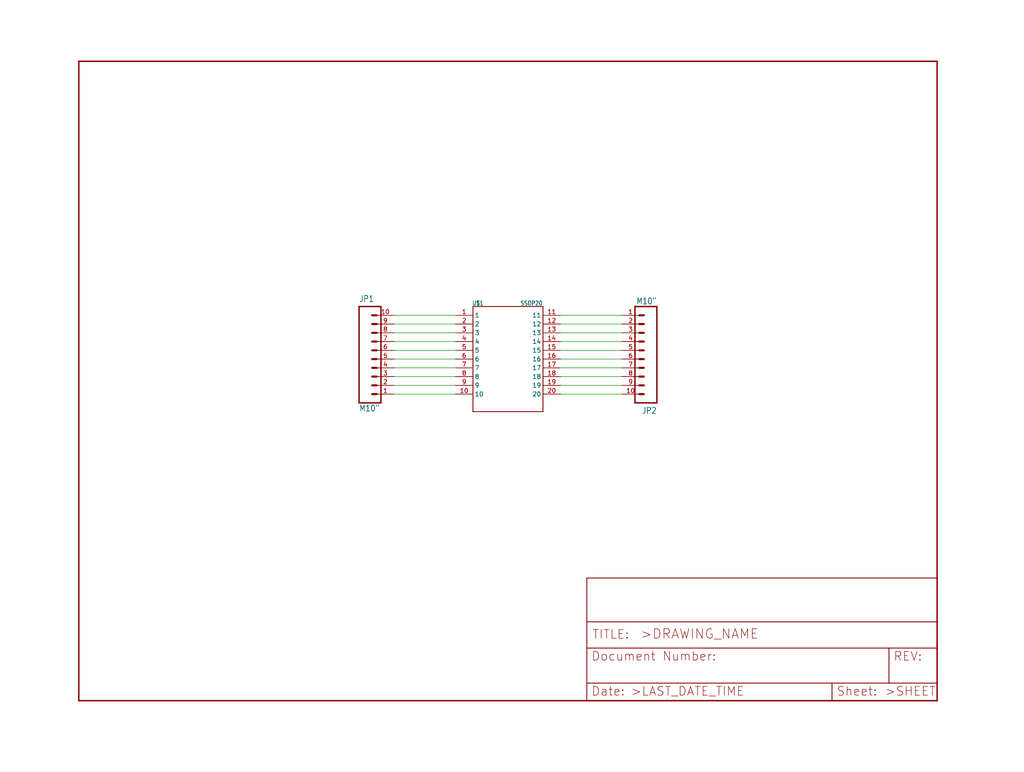
<source format=kicad_sch>
(kicad_sch (version 20211123) (generator eeschema)
  (paper "User" 297.002 223.926)
  (lib_symbols
    (symbol "eagleSchem-eagle-import:FRAME-LETTER"
      (symbol "FRAME-LETTER_1_0"
        (polyline (pts (xy 0 0) (xy 248.92 0)) (stroke (width 0.4064)))
        (polyline (pts (xy 0 185.42) (xy 0 0)) (stroke (width 0.4064)))
        (polyline (pts (xy 0 185.42) (xy 248.92 185.42)) (stroke (width 0.4064)))
        (polyline (pts (xy 248.92 185.42) (xy 248.92 0)) (stroke (width 0.4064)))
      )
      (symbol "FRAME-LETTER_2_0"
        (polyline (pts (xy 0 0) (xy 0 5.08)) (stroke (width 0.254)))
        (polyline (pts (xy 0 0) (xy 71.12 0)) (stroke (width 0.254)))
        (polyline (pts (xy 0 5.08) (xy 0 15.24)) (stroke (width 0.254)))
        (polyline (pts (xy 0 5.08) (xy 71.12 5.08)) (stroke (width 0.254)))
        (polyline (pts (xy 0 15.24) (xy 0 22.86)) (stroke (width 0.254)))
        (polyline (pts (xy 0 22.86) (xy 0 35.56)) (stroke (width 0.254)))
        (polyline (pts (xy 0 22.86) (xy 101.6 22.86)) (stroke (width 0.254)))
        (polyline (pts (xy 71.12 0) (xy 101.6 0)) (stroke (width 0.254)))
        (polyline (pts (xy 71.12 5.08) (xy 71.12 0)) (stroke (width 0.254)))
        (polyline (pts (xy 71.12 5.08) (xy 87.63 5.08)) (stroke (width 0.254)))
        (polyline (pts (xy 87.63 5.08) (xy 101.6 5.08)) (stroke (width 0.254)))
        (polyline (pts (xy 87.63 15.24) (xy 0 15.24)) (stroke (width 0.254)))
        (polyline (pts (xy 87.63 15.24) (xy 87.63 5.08)) (stroke (width 0.254)))
        (polyline (pts (xy 101.6 5.08) (xy 101.6 0)) (stroke (width 0.254)))
        (polyline (pts (xy 101.6 15.24) (xy 87.63 15.24)) (stroke (width 0.254)))
        (polyline (pts (xy 101.6 15.24) (xy 101.6 5.08)) (stroke (width 0.254)))
        (polyline (pts (xy 101.6 22.86) (xy 101.6 15.24)) (stroke (width 0.254)))
        (polyline (pts (xy 101.6 35.56) (xy 0 35.56)) (stroke (width 0.254)))
        (polyline (pts (xy 101.6 35.56) (xy 101.6 22.86)) (stroke (width 0.254)))
        (text ">DRAWING_NAME" (at 15.494 17.78 0) (effects (font (size 2.7432 2.7432)) (justify left bottom)))
        (text ">LAST_DATE_TIME" (at 12.7 1.27 0) (effects (font (size 2.54 2.54)) (justify left bottom)))
        (text ">SHEET" (at 86.36 1.27 0) (effects (font (size 2.54 2.54)) (justify left bottom)))
        (text "Date:" (at 1.27 1.27 0) (effects (font (size 2.54 2.54)) (justify left bottom)))
        (text "Document Number:" (at 1.27 11.43 0) (effects (font (size 2.54 2.54)) (justify left bottom)))
        (text "REV:" (at 88.9 11.43 0) (effects (font (size 2.54 2.54)) (justify left bottom)))
        (text "Sheet:" (at 72.39 1.27 0) (effects (font (size 2.54 2.54)) (justify left bottom)))
        (text "TITLE:" (at 1.524 17.78 0) (effects (font (size 2.54 2.54)) (justify left bottom)))
      )
    )
    (symbol "eagleSchem-eagle-import:M10{dblquote}"
      (property "Reference" "JP" (at 0 8.89 0))
      (property "Value" "M10{dblquote}" (at 0 -22.86 0))
      (symbol "M10{dblquote}_1_0"
        (polyline (pts (xy 0 7.62) (xy 0 -20.32)) (stroke (width 0.4064)))
        (polyline (pts (xy 0 7.62) (xy 6.35 7.62)) (stroke (width 0.4064)))
        (polyline (pts (xy 3.81 -17.78) (xy 5.08 -17.78)) (stroke (width 0.6096)))
        (polyline (pts (xy 3.81 -15.24) (xy 5.08 -15.24)) (stroke (width 0.6096)))
        (polyline (pts (xy 3.81 -12.7) (xy 5.08 -12.7)) (stroke (width 0.6096)))
        (polyline (pts (xy 3.81 -10.16) (xy 5.08 -10.16)) (stroke (width 0.6096)))
        (polyline (pts (xy 3.81 -7.62) (xy 5.08 -7.62)) (stroke (width 0.6096)))
        (polyline (pts (xy 3.81 -5.08) (xy 5.08 -5.08)) (stroke (width 0.6096)))
        (polyline (pts (xy 3.81 -2.54) (xy 5.08 -2.54)) (stroke (width 0.6096)))
        (polyline (pts (xy 3.81 0) (xy 5.08 0)) (stroke (width 0.6096)))
        (polyline (pts (xy 3.81 2.54) (xy 5.08 2.54)) (stroke (width 0.6096)))
        (polyline (pts (xy 3.81 5.08) (xy 5.08 5.08)) (stroke (width 0.6096)))
        (polyline (pts (xy 6.35 -20.32) (xy 0 -20.32)) (stroke (width 0.4064)))
        (polyline (pts (xy 6.35 -20.32) (xy 6.35 7.62)) (stroke (width 0.4064)))
        (pin passive line (at 10.16 -17.78 180) (length 5.08) (name "1") (number "1"))
        (pin passive line (at 10.16 5.08 180) (length 5.08) (name "10") (number "10"))
        (pin passive line (at 10.16 -15.24 180) (length 5.08) (name "2") (number "2"))
        (pin passive line (at 10.16 -12.7 180) (length 5.08) (name "3") (number "3"))
        (pin passive line (at 10.16 -10.16 180) (length 5.08) (name "4") (number "4"))
        (pin passive line (at 10.16 -7.62 180) (length 5.08) (name "5") (number "5"))
        (pin passive line (at 10.16 -5.08 180) (length 5.08) (name "6") (number "6"))
        (pin passive line (at 10.16 -2.54 180) (length 5.08) (name "7") (number "7"))
        (pin passive line (at 10.16 0 180) (length 5.08) (name "8") (number "8"))
        (pin passive line (at 10.16 2.54 180) (length 5.08) (name "9") (number "9"))
      )
    )
    (symbol "eagleSchem-eagle-import:SSOP20"
      (property "Value" "SSOP20" (at 3.556 15.494 0))
      (symbol "SSOP20_1_0"
        (polyline (pts (xy -10.16 15.24) (xy -10.16 -15.24)) (stroke (width 0.254)))
        (polyline (pts (xy 10.16 -15.24) (xy -10.16 -15.24)) (stroke (width 0.254)))
        (polyline (pts (xy 10.16 15.24) (xy -10.16 15.24)) (stroke (width 0.254)))
        (polyline (pts (xy 10.16 15.24) (xy 10.16 -15.24)) (stroke (width 0.254)))
        (pin bidirectional line (at -15.24 12.7 0) (length 5.08) (name "1") (number "1"))
        (pin bidirectional line (at -15.24 -10.16 0) (length 5.08) (name "10") (number "10"))
        (pin bidirectional line (at 15.24 12.7 180) (length 5.08) (name "11") (number "11"))
        (pin bidirectional line (at 15.24 10.16 180) (length 5.08) (name "12") (number "12"))
        (pin bidirectional line (at 15.24 7.62 180) (length 5.08) (name "13") (number "13"))
        (pin bidirectional line (at 15.24 5.08 180) (length 5.08) (name "14") (number "14"))
        (pin bidirectional line (at 15.24 2.54 180) (length 5.08) (name "15") (number "15"))
        (pin bidirectional line (at 15.24 0 180) (length 5.08) (name "16") (number "16"))
        (pin bidirectional line (at 15.24 -2.54 180) (length 5.08) (name "17") (number "17"))
        (pin bidirectional line (at 15.24 -5.08 180) (length 5.08) (name "18") (number "18"))
        (pin bidirectional line (at 15.24 -7.62 180) (length 5.08) (name "19") (number "19"))
        (pin bidirectional line (at -15.24 10.16 0) (length 5.08) (name "2") (number "2"))
        (pin bidirectional line (at 15.24 -10.16 180) (length 5.08) (name "20") (number "20"))
        (pin bidirectional line (at -15.24 7.62 0) (length 5.08) (name "3") (number "3"))
        (pin bidirectional line (at -15.24 5.08 0) (length 5.08) (name "4") (number "4"))
        (pin bidirectional line (at -15.24 2.54 0) (length 5.08) (name "5") (number "5"))
        (pin bidirectional line (at -15.24 0 0) (length 5.08) (name "6") (number "6"))
        (pin bidirectional line (at -15.24 -2.54 0) (length 5.08) (name "7") (number "7"))
        (pin bidirectional line (at -15.24 -5.08 0) (length 5.08) (name "8") (number "8"))
        (pin bidirectional line (at -15.24 -7.62 0) (length 5.08) (name "9") (number "9"))
      )
    )
  )
  (wire (pts (xy 114.3 109.22) (xy 132.08 109.22)))
  (wire (pts (xy 180.34 109.22) (xy 162.56 109.22)))
  (wire (pts (xy 162.56 104.14) (xy 180.34 104.14)))
  (wire (pts (xy 114.3 101.6) (xy 132.08 101.6)))
  (wire (pts (xy 114.3 93.98) (xy 132.08 93.98)))
  (wire (pts (xy 180.34 106.68) (xy 162.56 106.68)))
  (wire (pts (xy 180.34 93.98) (xy 162.56 93.98)))
  (wire (pts (xy 162.56 114.3) (xy 180.34 114.3)))
  (wire (pts (xy 114.3 111.76) (xy 132.08 111.76)))
  (wire (pts (xy 180.34 101.6) (xy 162.56 101.6)))
  (wire (pts (xy 132.08 104.14) (xy 114.3 104.14)))
  (wire (pts (xy 114.3 91.44) (xy 132.08 91.44)))
  (wire (pts (xy 162.56 111.76) (xy 180.34 111.76)))
  (wire (pts (xy 132.08 106.68) (xy 114.3 106.68)))
  (wire (pts (xy 162.56 91.44) (xy 180.34 91.44)))
  (wire (pts (xy 114.3 99.06) (xy 132.08 99.06)))
  (wire (pts (xy 114.3 114.3) (xy 132.08 114.3)))
  (wire (pts (xy 162.56 99.06) (xy 180.34 99.06)))
  (wire (pts (xy 132.08 96.52) (xy 114.3 96.52)))
  (wire (pts (xy 180.34 96.52) (xy 162.56 96.52)))
  (symbol (lib_id "eagleSchem-eagle-import:M10{dblquote}") (at 190.5 109.22 180) (unit 1)
    (property "Reference" "JP2" (at 190.5 118.11 0) (effects (font (size 1.778 1.5113)) (justify left bottom)))
    (property "Value" "M10{dblquote}" (at 190.5 86.36 0) (effects (font (size 1.778 1.5113)) (justify left bottom)))
    (property "Footprint" "eagleSchem:1X10" (effects hide))
  )
  (symbol (lib_id "eagleSchem-eagle-import:SSOP20") (at 147.32 104.14 0) (unit 1)
    (property "Reference" "U$1" (at 136.906 88.646 0) (effects (font (size 1.27 1.0795)) (justify left bottom)))
    (property "Value" "SSOP20" (at 150.876 88.646 0) (effects (font (size 1.27 1.0795)) (justify left bottom)))
    (property "Footprint" "eagleSchem:SSOP20-LONG" (effects hide))
  )
  (symbol (lib_id "eagleSchem-eagle-import:M10{dblquote}") (at 104.14 96.52 0) (unit 1)
    (property "Reference" "JP1" (at 104.14 87.63 0) (effects (font (size 1.778 1.5113)) (justify left bottom)))
    (property "Value" "M10{dblquote}" (at 104.14 119.38 0) (effects (font (size 1.778 1.5113)) (justify left bottom)))
    (property "Footprint" "eagleSchem:1X10" (effects hide))
  )
  (symbol (lib_id "eagleSchem-eagle-import:FRAME-LETTER") (at 170.18 203.2 0) (unit 2)
    (property "Reference" "#FRAME1" (effects hide))
    (property "Value" "FRAME-LETTER" (effects hide))
    (property "Footprint" "eagleSchem:" (effects hide))
  )
  (symbol (lib_id "eagleSchem-eagle-import:FRAME-LETTER") (at 22.86 203.2 0) (unit 1)
    (property "Reference" "#FRAME1" (effects hide))
    (property "Value" "FRAME-LETTER" (effects hide))
    (property "Footprint" "eagleSchem:" (effects hide))
  )
)
</source>
